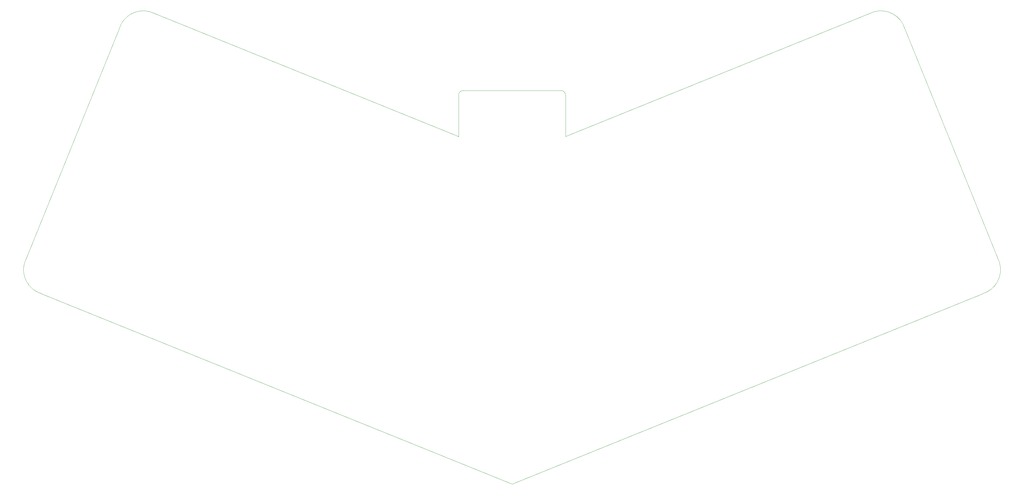
<source format=gm1>
G04 #@! TF.GenerationSoftware,KiCad,Pcbnew,8.0.2*
G04 #@! TF.CreationDate,2024-05-12T11:37:13+02:00*
G04 #@! TF.ProjectId,pterodactyl,70746572-6f64-4616-9374-796c2e6b6963,rev?*
G04 #@! TF.SameCoordinates,Original*
G04 #@! TF.FileFunction,Profile,NP*
%FSLAX46Y46*%
G04 Gerber Fmt 4.6, Leading zero omitted, Abs format (unit mm)*
G04 Created by KiCad (PCBNEW 8.0.2) date 2024-05-12 11:37:13*
%MOMM*%
%LPD*%
G01*
G04 APERTURE LIST*
G04 #@! TA.AperFunction,Profile*
%ADD10C,0.100000*%
G04 #@! TD*
G04 APERTURE END LIST*
D10*
X201400000Y-79000000D02*
X201250000Y-79000000D01*
X183550000Y-80500000D02*
G75*
G02*
X185050000Y-79000000I1500001J-1D01*
G01*
X183550000Y-80500000D02*
X183550000Y-91700000D01*
X201250000Y-79000000D02*
X185050000Y-79000000D01*
X217600000Y-79000000D02*
G75*
G02*
X219100000Y-80500000I0J-1500000D01*
G01*
X70732691Y-58456424D02*
G75*
G02*
X81033107Y-52797642I7979613J-2320843D01*
G01*
X201320000Y-209990000D02*
X44905525Y-146632603D01*
X183266884Y-94202392D02*
X81033117Y-52797607D01*
X44905525Y-146632603D02*
G75*
G02*
X39246674Y-136332167I2320779J7979636D01*
G01*
X183550000Y-91700000D02*
X183550000Y-94300000D01*
X70732691Y-58456424D02*
X39246708Y-136332177D01*
X201320000Y-209990000D02*
X357744475Y-146632603D01*
X363403292Y-136332177D02*
G75*
G02*
X357744475Y-146632603I-7979624J-2320803D01*
G01*
X331917309Y-58456424D02*
X363403292Y-136332177D01*
X219383116Y-94202392D02*
X219100000Y-94300000D01*
X219100000Y-91700000D02*
X219100000Y-94300000D01*
X321616883Y-52797607D02*
G75*
G02*
X331917308Y-58456424I2320804J-7979621D01*
G01*
X219383116Y-94202392D02*
X321616883Y-52797607D01*
X219100000Y-80500000D02*
X219100000Y-91700000D01*
X201400000Y-79000000D02*
X217600000Y-79000000D01*
X183550000Y-94300000D02*
X183266884Y-94202392D01*
M02*

</source>
